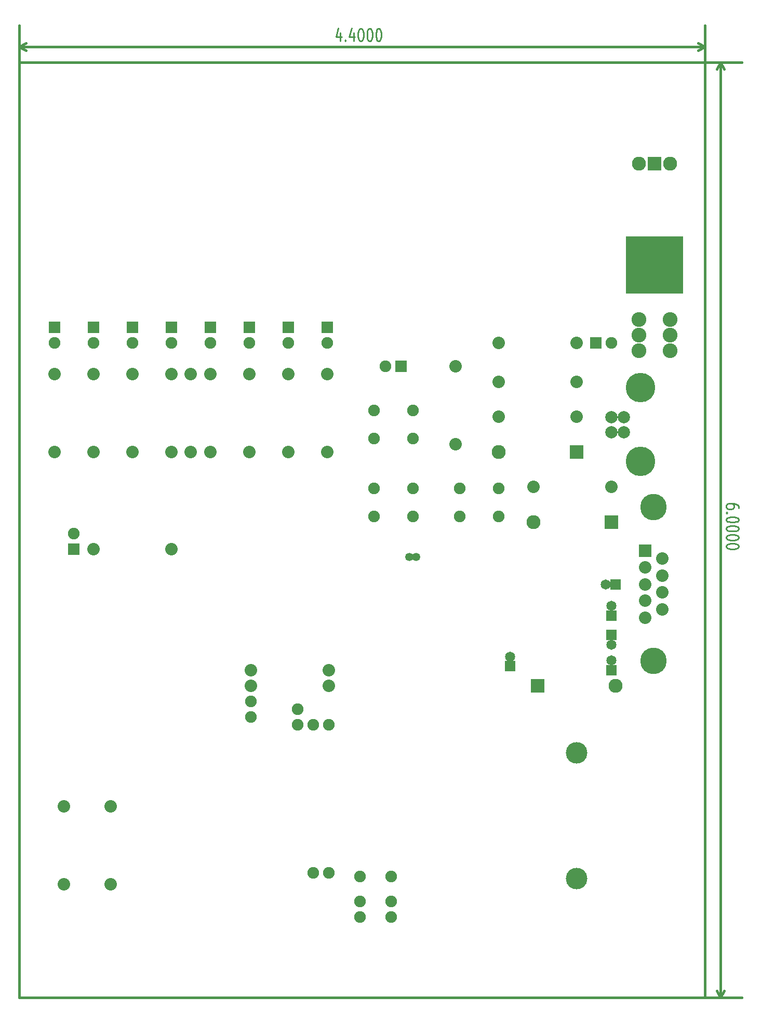
<source format=gbs>
G04 (created by PCBNEW-RS274X (2010-03-13)-final) date Wednesday 20 March 2013 09:27:55 AM IST*
G01*
G70*
G90*
%MOIN*%
G04 Gerber Fmt 3.4, Leading zero omitted, Abs format*
%FSLAX34Y34*%
G04 APERTURE LIST*
%ADD10C,0.001000*%
%ADD11C,0.010000*%
%ADD12C,0.015000*%
%ADD13C,0.075000*%
%ADD14R,0.065000X0.065000*%
%ADD15C,0.065000*%
%ADD16C,0.189300*%
%ADD17C,0.079100*%
%ADD18C,0.138100*%
%ADD19C,0.053000*%
%ADD20C,0.090000*%
%ADD21R,0.090000X0.090000*%
%ADD22R,0.075000X0.075000*%
%ADD23R,0.370000X0.370000*%
%ADD24C,0.080000*%
%ADD25C,0.095000*%
%ADD26C,0.170000*%
%ADD27R,0.080000X0.080000*%
G04 APERTURE END LIST*
G54D10*
G54D11*
X61160Y-39601D02*
X61160Y-39487D01*
X61122Y-39430D01*
X61084Y-39401D01*
X60970Y-39344D01*
X60817Y-39315D01*
X60513Y-39315D01*
X60436Y-39344D01*
X60398Y-39372D01*
X60360Y-39430D01*
X60360Y-39544D01*
X60398Y-39601D01*
X60436Y-39630D01*
X60513Y-39658D01*
X60703Y-39658D01*
X60779Y-39630D01*
X60817Y-39601D01*
X60855Y-39544D01*
X60855Y-39430D01*
X60817Y-39372D01*
X60779Y-39344D01*
X60703Y-39315D01*
X60436Y-39915D02*
X60398Y-39943D01*
X60360Y-39915D01*
X60398Y-39886D01*
X60436Y-39915D01*
X60360Y-39915D01*
X61160Y-40315D02*
X61160Y-40372D01*
X61122Y-40429D01*
X61084Y-40458D01*
X61008Y-40487D01*
X60855Y-40515D01*
X60665Y-40515D01*
X60513Y-40487D01*
X60436Y-40458D01*
X60398Y-40429D01*
X60360Y-40372D01*
X60360Y-40315D01*
X60398Y-40258D01*
X60436Y-40229D01*
X60513Y-40201D01*
X60665Y-40172D01*
X60855Y-40172D01*
X61008Y-40201D01*
X61084Y-40229D01*
X61122Y-40258D01*
X61160Y-40315D01*
X61160Y-40886D02*
X61160Y-40943D01*
X61122Y-41000D01*
X61084Y-41029D01*
X61008Y-41058D01*
X60855Y-41086D01*
X60665Y-41086D01*
X60513Y-41058D01*
X60436Y-41029D01*
X60398Y-41000D01*
X60360Y-40943D01*
X60360Y-40886D01*
X60398Y-40829D01*
X60436Y-40800D01*
X60513Y-40772D01*
X60665Y-40743D01*
X60855Y-40743D01*
X61008Y-40772D01*
X61084Y-40800D01*
X61122Y-40829D01*
X61160Y-40886D01*
X61160Y-41457D02*
X61160Y-41514D01*
X61122Y-41571D01*
X61084Y-41600D01*
X61008Y-41629D01*
X60855Y-41657D01*
X60665Y-41657D01*
X60513Y-41629D01*
X60436Y-41600D01*
X60398Y-41571D01*
X60360Y-41514D01*
X60360Y-41457D01*
X60398Y-41400D01*
X60436Y-41371D01*
X60513Y-41343D01*
X60665Y-41314D01*
X60855Y-41314D01*
X61008Y-41343D01*
X61084Y-41371D01*
X61122Y-41400D01*
X61160Y-41457D01*
X61160Y-42028D02*
X61160Y-42085D01*
X61122Y-42142D01*
X61084Y-42171D01*
X61008Y-42200D01*
X60855Y-42228D01*
X60665Y-42228D01*
X60513Y-42200D01*
X60436Y-42171D01*
X60398Y-42142D01*
X60360Y-42085D01*
X60360Y-42028D01*
X60398Y-41971D01*
X60436Y-41942D01*
X60513Y-41914D01*
X60665Y-41885D01*
X60855Y-41885D01*
X61008Y-41914D01*
X61084Y-41942D01*
X61122Y-41971D01*
X61160Y-42028D01*
G54D12*
X59999Y-11000D02*
X59999Y-71000D01*
X59000Y-11000D02*
X61369Y-11000D01*
X59000Y-71000D02*
X61369Y-71000D01*
X59999Y-71000D02*
X59769Y-70557D01*
X59999Y-71000D02*
X60229Y-70557D01*
X59999Y-11000D02*
X59769Y-11443D01*
X59999Y-11000D02*
X60229Y-11443D01*
G54D11*
X35601Y-09106D02*
X35601Y-09640D01*
X35458Y-08802D02*
X35315Y-09373D01*
X35687Y-09373D01*
X35915Y-09564D02*
X35943Y-09602D01*
X35915Y-09640D01*
X35886Y-09602D01*
X35915Y-09564D01*
X35915Y-09640D01*
X36458Y-09106D02*
X36458Y-09640D01*
X36315Y-08802D02*
X36172Y-09373D01*
X36544Y-09373D01*
X36886Y-08840D02*
X36943Y-08840D01*
X37000Y-08878D01*
X37029Y-08916D01*
X37058Y-08992D01*
X37086Y-09145D01*
X37086Y-09335D01*
X37058Y-09487D01*
X37029Y-09564D01*
X37000Y-09602D01*
X36943Y-09640D01*
X36886Y-09640D01*
X36829Y-09602D01*
X36800Y-09564D01*
X36772Y-09487D01*
X36743Y-09335D01*
X36743Y-09145D01*
X36772Y-08992D01*
X36800Y-08916D01*
X36829Y-08878D01*
X36886Y-08840D01*
X37457Y-08840D02*
X37514Y-08840D01*
X37571Y-08878D01*
X37600Y-08916D01*
X37629Y-08992D01*
X37657Y-09145D01*
X37657Y-09335D01*
X37629Y-09487D01*
X37600Y-09564D01*
X37571Y-09602D01*
X37514Y-09640D01*
X37457Y-09640D01*
X37400Y-09602D01*
X37371Y-09564D01*
X37343Y-09487D01*
X37314Y-09335D01*
X37314Y-09145D01*
X37343Y-08992D01*
X37371Y-08916D01*
X37400Y-08878D01*
X37457Y-08840D01*
X38028Y-08840D02*
X38085Y-08840D01*
X38142Y-08878D01*
X38171Y-08916D01*
X38200Y-08992D01*
X38228Y-09145D01*
X38228Y-09335D01*
X38200Y-09487D01*
X38171Y-09564D01*
X38142Y-09602D01*
X38085Y-09640D01*
X38028Y-09640D01*
X37971Y-09602D01*
X37942Y-09564D01*
X37914Y-09487D01*
X37885Y-09335D01*
X37885Y-09145D01*
X37914Y-08992D01*
X37942Y-08916D01*
X37971Y-08878D01*
X38028Y-08840D01*
G54D12*
X15000Y-10001D02*
X59000Y-10001D01*
X15000Y-11000D02*
X15000Y-08631D01*
X59000Y-11000D02*
X59000Y-08631D01*
X59000Y-10001D02*
X58557Y-10231D01*
X59000Y-10001D02*
X58557Y-09771D01*
X15000Y-10001D02*
X15443Y-10231D01*
X15000Y-10001D02*
X15443Y-09771D01*
X15000Y-71000D02*
X15000Y-11000D01*
X59000Y-71000D02*
X15000Y-71000D01*
X59000Y-11000D02*
X59000Y-71000D01*
X15000Y-11000D02*
X59000Y-11000D01*
G54D13*
X32850Y-53500D03*
X32850Y-52500D03*
X29850Y-52000D03*
X29850Y-53000D03*
X38850Y-64850D03*
X38850Y-65850D03*
X36850Y-64850D03*
X36850Y-65850D03*
X33850Y-63000D03*
X34850Y-63000D03*
X34850Y-53500D03*
X33850Y-53500D03*
G54D14*
X53250Y-44500D03*
G54D15*
X52625Y-44500D03*
G54D14*
X53000Y-47750D03*
G54D15*
X53000Y-48375D03*
G54D14*
X46500Y-49750D03*
G54D15*
X46500Y-49125D03*
G54D14*
X53000Y-46500D03*
G54D15*
X53000Y-45875D03*
G54D14*
X53000Y-50000D03*
G54D15*
X53000Y-49375D03*
G54D16*
X54852Y-36614D03*
X54852Y-31882D03*
G54D17*
X53000Y-33758D03*
X53790Y-33758D03*
X53790Y-34742D03*
X53000Y-34742D03*
G54D13*
X36850Y-63250D03*
X38850Y-63250D03*
G54D18*
X50750Y-63368D03*
X50750Y-55297D03*
G54D19*
X40035Y-42750D03*
X40465Y-42750D03*
G54D20*
X53250Y-51000D03*
G54D21*
X48250Y-51000D03*
G54D20*
X48000Y-40500D03*
G54D21*
X53000Y-40500D03*
G54D20*
X45750Y-36000D03*
G54D21*
X50750Y-36000D03*
G54D22*
X52000Y-29000D03*
G54D13*
X53000Y-29000D03*
G54D22*
X18500Y-42250D03*
G54D13*
X18500Y-41250D03*
G54D22*
X17250Y-28000D03*
G54D13*
X17250Y-29000D03*
G54D22*
X19750Y-28000D03*
G54D13*
X19750Y-29000D03*
G54D22*
X22250Y-28000D03*
G54D13*
X22250Y-29000D03*
G54D22*
X24750Y-28000D03*
G54D13*
X24750Y-29000D03*
G54D22*
X27250Y-28000D03*
G54D13*
X27250Y-29000D03*
G54D22*
X29750Y-28000D03*
G54D13*
X29750Y-29000D03*
G54D22*
X32250Y-28000D03*
G54D13*
X32250Y-29000D03*
G54D22*
X34750Y-28000D03*
G54D13*
X34750Y-29000D03*
G54D22*
X39500Y-30500D03*
G54D13*
X38500Y-30500D03*
G54D23*
X55750Y-24000D03*
G54D20*
X56750Y-17500D03*
G54D21*
X55750Y-17500D03*
G54D20*
X54750Y-17500D03*
G54D24*
X17850Y-58750D03*
X17850Y-63750D03*
X20850Y-58750D03*
X20850Y-63750D03*
X24750Y-42250D03*
X19750Y-42250D03*
X34850Y-50000D03*
X29850Y-50000D03*
X17250Y-31000D03*
X17250Y-36000D03*
X19750Y-31000D03*
X19750Y-36000D03*
X22250Y-31000D03*
X22250Y-36000D03*
X24750Y-31000D03*
X24750Y-36000D03*
X27250Y-31000D03*
X27250Y-36000D03*
X29750Y-31000D03*
X29750Y-36000D03*
X32250Y-31000D03*
X32250Y-36000D03*
X34750Y-31000D03*
X34750Y-36000D03*
X45750Y-31500D03*
X50750Y-31500D03*
X50750Y-33750D03*
X45750Y-33750D03*
X48000Y-38250D03*
X53000Y-38250D03*
X43000Y-30500D03*
X43000Y-35500D03*
X29850Y-51000D03*
X34850Y-51000D03*
X45750Y-29000D03*
X50750Y-29000D03*
G54D25*
X56750Y-27500D03*
X56750Y-28500D03*
X56750Y-29500D03*
X54750Y-27500D03*
X54750Y-28500D03*
X54750Y-29500D03*
G54D13*
X40250Y-38350D03*
X40250Y-40150D03*
X37750Y-38350D03*
X37750Y-40150D03*
X45750Y-38350D03*
X45750Y-40150D03*
X43250Y-38350D03*
X43250Y-40150D03*
X40250Y-33350D03*
X40250Y-35150D03*
X37750Y-33350D03*
X37750Y-35150D03*
G54D24*
X26000Y-36000D03*
X26000Y-31000D03*
G54D26*
X55700Y-49400D03*
X55700Y-39550D03*
G54D27*
X55150Y-42350D03*
G54D24*
X55150Y-43400D03*
X55150Y-44500D03*
X55150Y-45550D03*
X55150Y-46650D03*
X56250Y-42850D03*
X56250Y-43950D03*
X56250Y-45000D03*
X56250Y-46100D03*
M02*

</source>
